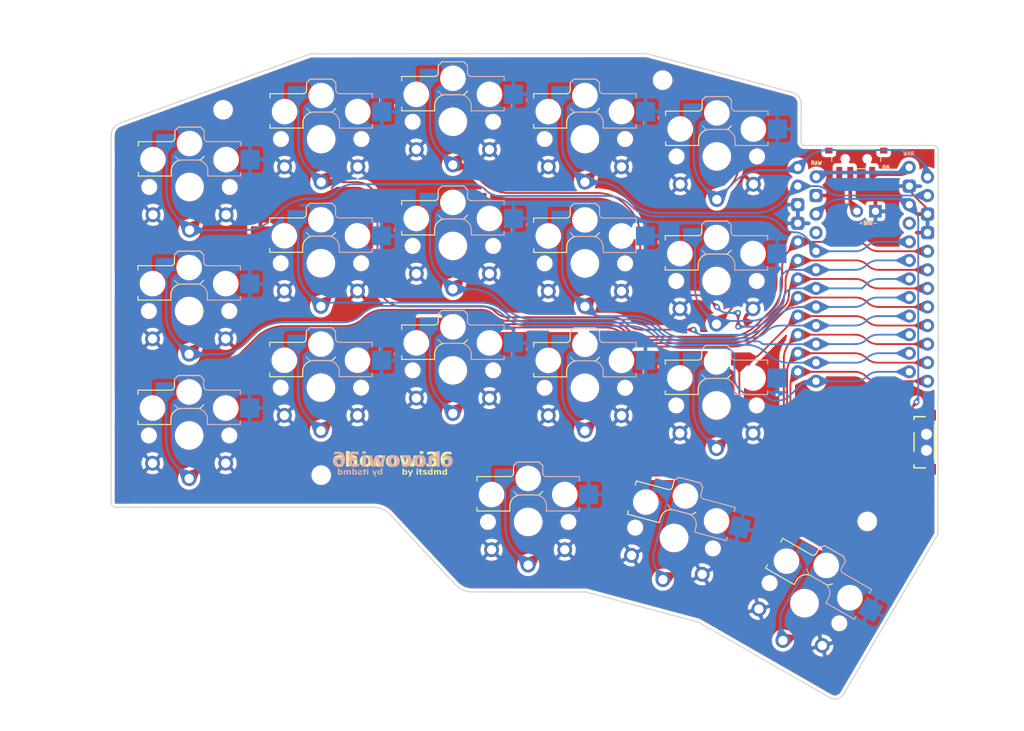
<source format=kicad_pcb>
(kicad_pcb (version 20240108) (generator "pcbnew") (generator_version "8.0")
  (layers (0 "F.Cu" signal) (31 "B.Cu" signal) (34 "B.Paste" user) (35 "F.Paste" user) (36 "B.SilkS" user "B.Silkscreen") (37 "F.SilkS" user "F.Silkscreen") (38 "B.Mask" user) (39 "F.Mask" user) (44 "Edge.Cuts" user))
  (net 0 "")
  (net 1 "gnd")
  (net 2 "Switch18")
  (net 3 "reset")
  (net 4 "Switch2")
  (net 5 "Switch3")
  (net 6 "Switch4")
  (net 7 "Switch5")
  (net 8 "Switch6")
  (net 9 "Switch8")
  (net 10 "Switch9")
  (net 11 "Switch10")
  (net 12 "Switch11")
  (net 13 "Switch12")
  (net 14 "Switch14")
  (net 15 "Switch15")
  (net 16 "Switch16")
  (net 17 "Switch17")
  (net 18 "Net-(BT1-+)")
  (net 22 "+BATT")
  (net 23 "Switch19")
  (net 24 "Switch20")
  (net 25 "Switch21")
  (footprint "itsdmd:KS_Socket_Choc_optional_reversible" (layer "F.Cu") (at 85.91 65.58)
    (property "Reference" "SW2" (hide yes))
    (property "Value" "SW_Push")
  )
  (footprint "itsdmd:KS_Socket_Choc_optional_reversible" (layer "F.Cu") (at 103.91 59.02)
    (property "Reference" "SW3" (hide yes))
    (property "Value" "SW_Push")
  )
  (footprint "itsdmd:KS_Socket_Choc_optional_reversible" (layer "F.Cu") (at 121.91 56.66)
    (property "Reference" "SW4" (hide yes))
    (property "Value" "SW_Push")
  )
  (footprint "itsdmd:KS_Socket_Choc_optional_reversible" (layer "F.Cu") (at 139.954 59.02)
    (property "Reference" "SW5" (hide yes))
    (property "Value" "SW_Push")
  )
  (footprint "itsdmd:KS_Socket_Choc_optional_reversible" (layer "F.Cu") (at 157.988 61.4)
    (property "Reference" "SW6" (hide yes))
    (property "Value" "SW_Push")
  )
  (footprint "itsdmd:KS_Socket_Choc_optional_reversible" (layer "F.Cu") (at 85.852 82.55)
    (property "Reference" "SW8" (hide yes))
    (property "Value" "SW_Push")
  )
  (footprint "itsdmd:KS_Socket_Choc_optional_reversible" (layer "F.Cu") (at 103.87 76.01)
    (property "Reference" "SW9" (hide yes))
    (property "Value" "SW_Push")
  )
  (footprint "itsdmd:KS_Socket_Choc_optional_reversible" (layer "F.Cu") (at 121.91 73.64)
    (property "Reference" "SW10" (hide yes))
    (property "Value" "SW_Push")
  )
  (footprint "itsdmd:KS_Socket_Choc_optional_reversible" (layer "F.Cu") (at 139.954 76.032)
    (property "Reference" "SW11" (hide yes))
    (property "Value" "SW_Push")
  )
  (footprint "itsdmd:KS_Socket_Choc_optional_reversible" (layer "F.Cu") (at 157.94 78.44)
    (property "Reference" "SW12" (hide yes))
    (property "Value" "SW_Push")
  )
  (footprint "itsdmd:KS_Socket_Choc_optional_reversible" (layer "F.Cu") (at 85.852 99.568)
    (property "Reference" "SW14" (hide yes))
    (property "Value" "SW_Push")
  )
  (footprint "itsdmd:KS_Socket_Choc_optional_reversible" (layer "F.Cu") (at 103.87 93.028)
    (property "Reference" "SW15" (hide yes))
    (property "Value" "SW_Push")
  )
  (footprint "itsdmd:KS_Socket_Choc_optional_reversible" (layer "F.Cu") (at 121.91 90.658)
    (property "Reference" "SW16" (hide yes))
    (property "Value" "SW_Push")
  )
  (footprint "itsdmd:KS_Socket_Choc_optional_reversible" (layer "F.Cu") (at 139.954 93.05)
    (property "Reference" "SW17" (hide yes))
    (property "Value" "SW_Push")
  )
  (footprint "itsdmd:KS_Socket_Choc_optional_reversible" (layer "F.Cu") (at 157.94 95.458)
    (property "Reference" "SW18" (hide yes))
    (property "Value" "SW_Push")
  )
  (footprint "itsdmd:KS_Socket_Choc_optional_reversible" (layer "F.Cu") (at 152.145268 113.59588 -15)
    (property "Reference" "SW20" (hide yes))
    (property "Value" "SW_Push")
  )
  (footprint "itsdmd:KS_Socket_Choc_optional_reversible" (layer "F.Cu") (at 169.97 122.510451 -30)
    (property "Reference" "SW21" (hide yes))
    (property "Value" "SW_Push")
  )
  (footprint "itsdmd:MountingHole_2.2mm_M2" (layer "F.Cu") (at 178.56 111.33)
    (property "Reference" "H4" (hide yes))
    (property "Value" "MountingHole")
  )
  (footprint "itsdmd:MCB_nice-nano_flip" (layer "F.Cu") (at 179.17 78.18)
    (property "Reference" "U2")
    (property "Value" "nice!nano")
  )
  (footprint "" (layer "F.Cu") (at 103.91 105)
    (property "Reference" "")
    (property "Value" "")
  )
  (footprint "itsdmd:MountingHole_2.2mm_M2" (layer "F.Cu") (at 90.5 55.02)
    (property "Reference" "H1" (hide yes))
    (property "Value" "MountingHole")
  )
  (footprint "itsdmd:KS_Socket_Choc_optional_reversible" (layer "F.Cu") (at 132.2 111.4)
    (property "Reference" "SW19" (hide yes))
    (property "Value" "SW_Push")
  )
  (footprint "itsdmd:SW-S_MSK-12C02" (layer "F.Cu") (at 177.2 61.725001 180)
    (property "Reference" "SW_POWER1")
    (property "Value" "SW_SPDT")
  )
  (footprint "itsdmd:SW-T_7.4x2.6-4pad-smd" (layer "F.Cu") (at 186.75 100.5 90)
    (property "Reference" "SW_RST1" (hide yes))
    (property "Value" "SW_Push" (hide yes))
  )
  (footprint "itsdmd:Battery_Pads-dual-side" (layer "F.Cu") (at 178.4 68.9)
    (property "Reference" "BT1" (hide yes))
    (property "Value" "Battery_Cell")
  )
  (footprint "" (layer "F.Cu") (at 150.58 50.97)
    (property "Reference" "")
    (property "Value" "")
  )
  (footprint "itsdmd:MCB_nice-nano_flip" (layer "B.Cu") (at 176.68 76.89 180)
    (property "Reference" "U1")
    (property "Value" "nice!nano")
  )
  (gr_line (start 140.11 120.99) (end 155.45 125.1) (stroke (width 0.15)) (layer "Edge.Cuts"))
  (gr_arc (start 168.31 52.630001) (mid 169.181039 53.21572) (end 169.517467 54.21) (stroke (width 0.15)) (layer "Edge.Cuts"))
  (gr_line (start 76.447128 56.810904) (end 102.48 47.36) (stroke (width 0.15)) (layer "Edge.Cuts"))
  (gr_arc (start 111.03 109.38) (mid 112.32692 109.662883) (end 113.388248 110.460137) (stroke (width 0.15)) (layer "Edge.Cuts"))
  (gr_line (start 113.388248 110.460137) (end 122.240001 119.969999) (stroke (width 0.15)) (layer "Edge.Cuts"))
  (gr_line (start 188.24 60.551553) (end 188.22448 113.04798) (stroke (width 0.15)) (layer "Edge.Cuts"))
  (gr_line (start 124.6 120.974522) (end 140.11 120.99) (stroke (width 0.15)) (layer "Edge.Cuts"))
  (gr_arc (start 75.187224 58.53) (mid 75.535923 57.464325) (end 76.447128 56.810904) (stroke (width 0.15)) (layer "Edge.Cuts"))
  (gr_line (start 155.45 125.1) (end 173.389826 135.40679) (stroke (width 0.15)) (layer "Edge.Cuts"))
  (gr_arc (start 75.807553 109.4) (mid 75.361083 109.205246) (end 75.2 108.745553) (stroke (width 0.15)) (layer "Edge.Cuts"))
  (gr_line (start 187.74 59.898708) (end 169.979643 59.898708) (stroke (width 0.15)) (layer "Edge.Cuts"))
  (gr_arc (start 187.74 59.898708) (mid 188.100673 60.140375) (end 188.24 60.551553) (stroke (width 0.15)) (layer "Edge.Cuts"))
  (gr_line (start 75.187224 58.53) (end 75.2 108.745553) (stroke (width 0.15)) (layer "Edge.Cuts"))
  (gr_arc (start 124.6 120.974522) (mid 123.317555 120.712944) (end 122.240001 119.969999) (stroke (width 0.15)) (layer "Edge.Cuts"))
  (gr_line (start 175.285188 135.009859) (end 188.22448 113.04798) (stroke (width 0.15)) (layer "Edge.Cuts"))
  (gr_arc (start 169.979643 59.898708) (mid 169.636504 59.742044) (end 169.500977 59.39002) (stroke (width 0.15)) (layer "Edge.Cuts"))
  (gr_arc (start 175.285188 135.009859) (mid 174.399987 135.599976) (end 173.357176 135.38935) (stroke (width 0.15)) (layer "Edge.Cuts"))
  (gr_line (start 168.31 52.630001) (end 148.4 47.34) (stroke (width 0.15)) (layer "Edge.Cuts"))
  (gr_line (start 169.500977 59.39002) (end 169.517467 54.21) (stroke (width 0.15)) (layer "Edge.Cuts"))
  (gr_line (start 102.48 47.36) (end 148.4 47.34) (stroke (width 0.15)) (layer "Edge.Cuts"))
  (gr_line (start 111.03 109.38) (end 75.807553 109.4) (stroke (width 0.15)) (layer "Edge.Cuts"))
  (gr_text "ON" (at 180.5 62.9 0) (layer "B.SilkS") (effects (font (size 0.5 0.5) (thickness 0.125) (bold yes)) (justify right mirror)))
  (gr_text "chocowi36" (at 113.7 103 -0) (layer "B.SilkS") (effects (font (size 2 2)) (justify mirror)))
  (gr_text "by itsdmd" (at 106.1 104.6 0) (layer "B.SilkS") (effects (font (size 0.8 0.8) (thickness 0.125) (bold yes)) (justify right mirror)))
  (gr_text "-BAT+" (at 178.68 70.51 0) (layer "B.SilkS") (effects (font (size 0.5 0.5) (thickness 0.125) (bold yes)) (justify mirror)))
  (gr_text "+BAT-" (at 178.68 70.51 0) (layer "F.SilkS") (effects (font (size 0.5 0.5) (thickness 0.125) (bold yes))))
  (gr_text "ON" (at 180.5 62.9 0) (layer "F.SilkS") (effects (font (size 0.5 0.5) (thickness 0.125) (bold yes)) (justify left)))
  (gr_text "by itsdmd" (at 121.2 104.6 0) (layer "F.SilkS") (effects (font (size 0.8 0.8) (thickness 0.125) (bold yes)) (justify right)))
  (gr_text "chocowi36" (at 113.7 103 0) (layer "F.SilkS") (effects (font (size 2 2))))
  (segment (start 186.499474 68.311886) (end 184.823695 66.636107) (width 0.25) (layer "F.Cu") (net 1))
  (segment (start 184.54 65.951206) (end 184.54 65.55) (width 0.25) (layer "F.Cu") (net 1))
  (segment (start 186.7875 69.4075) (end 186.79 69.41) (width 0.25) (layer "F.Cu") (net 1))
  (segment (start 166.2 94.999) (end 166.2 94) (width 0.25) (layer "F.Cu") (net 1))
  (segment (start 186.785 69.001206) (end 186.785 69.401464) (width 0.25) (layer "F.Cu") (net 1))
  (segment (start 165.4936 96.704399) (end 162.94 99.258) (width 0.25) (layer "F.Cu") (net 1))
  (via (at 166.2 94) (size 0.8) (drill 0.4) (layers "F.Cu" "B.Cu") (net 1))
  (arc (start 186.499474 68.311886) (mid 186.710794 68.628148) (end 186.785 69.001206) (width 0.25) (layer "F.Cu") (net 1))
  (arc (start 186.785 69.401464) (mid 186.785649 69.40473) (end 186.7875 69.4075) (width 0.25) (layer "F.Cu") (net 1))
  (arc (start 184.54 65.951206) (mid 184.613729 66.321871) (end 184.823695 66.636107) (width 0.25) (layer "F.Cu") (net 1))
  (arc (start 166.2 94.999) (mid 166.016412 95.921955) (end 165.4936 96.704399) (width 0.25) (layer "F.Cu") (net 1))
  (segment (start 186.79 69.41) (end 186.79 68.602412) (width 0.25) (layer "B.Cu") (net 1))
  (segment (start 166.215 93.974393) (end 166.215 91.708) (width 0.25) (layer "B.Cu") (net 1))
  (segment (start 180.175001 69.405) (end 179.670001 68.9) (width 0.25) (layer "B.Cu") (net 1))
  (segment (start 166.2075 93.9925) (end 166.2 94) (width 0.25) (layer "B.Cu") (net 1))
  (arc (start 166.215 93.974393) (mid 166.21305 93.984192) (end 166.2075 93.9925) (width 0.25) (layer "B.Cu") (net 1))
  (segment (start 180.042167 84.53) (end 186.79 84.53) (width 0.25) (layer "F.Cu") (net 2))
  (segment (start 163.886556 88.413443) (end 169.06 83.24) (width 0.25) (layer "F.Cu") (net 2))
  (segment (start 162.20975 89.107999) (end 161.342405 89.107999) (width 0.25) (layer "F.Cu") (net 2))
  (segment (start 159.502499 99.7955) (end 157.94 101.358) (width 0.25) (layer "F.Cu") (net 2))
  (segment (start 161.064999 96.023293) (end 161.064999 89.385405) (width 0.25) (layer "F.Cu") (net 2))
  (segment (start 169.06 83.24) (end 176.927832 83.24) (width 0.25) (layer "F.Cu") (net 2))
  (arc (start 163.886556 88.413443) (mid 163.117231 88.927489) (end 162.20975 89.107999) (width 0.25) (layer "F.Cu") (net 2))
  (arc (start 178.485 83.885) (mid 179.199434 84.362369) (end 180.042167 84.53) (width 0.25) (layer "F.Cu") (net 2))
  (arc (start 178.485 83.885) (mid 177.770565 83.40763) (end 176.927832 83.24) (width 0.25) (layer "F.Cu") (net 2))
  (arc (start 161.342405 89.107999) (mid 161.236246 89.129115) (end 161.146249 89.189249) (width 0.25) (layer "F.Cu") (net 2))
  (arc (start 161.146249 89.189249) (mid 161.086115 89.279246) (end 161.064999 89.385405) (width 0.25) (layer "F.Cu") (net 2))
  (arc (start 161.064999 96.023293) (mid 160.658918 98.064796) (end 159.502499 99.7955) (width 0.25) (layer "F.Cu") (net 2))
  (segment (start 154.815001 89.364067) (end 154.815001 96.023293) (width 0.25) (layer "B.Cu") (net 2))
  (segment (start 156.3775 99.7955) (end 157.94 101.358) (width 0.25) (layer "B.Cu") (net 2))
  (segment (start 154.74 89.183) (end 154.665 89.108) (width 0.25) (layer "B.Cu") (net 2))
  (arc (start 154.815001 96.023293) (mid 155.221081 98.064796) (end 156.3775 99.7955) (width 0.25) (layer "B.Cu") (net 2))
  (arc (start 154.74 89.183) (mid 154.795508 89.266074) (end 154.815001 89.364067) (width 0.25) (layer "B.Cu") (net 2))
  (segment (start 185.3 95) (end 185.3 95.05) (width 0.25) (layer "F.Cu") (net 3))
  (segment (start 185.264644 95.135355) (end 184.88375 95.51625) (width 0.25) (layer "F.Cu") (net 3))
  (segment (start 184.4675 96.521166) (end 184.4675 98.3) (width 0.25) (layer "F.Cu") (net 3))
  (via (at 185.3 95) (size 0.8) (drill 0.4) (layers "F.Cu" "B.Cu") (net 3))
  (arc (start 185.3 95.05) (mid 185.290811 95.096193) (end 185.264644 95.135355) (width 0.25) (layer "F.Cu") (net 3))
  (arc (start 184.88375 95.51625) (mid 184.575679 95.977309) (end 184.4675 96.521166) (width 0.25) (layer "F.Cu") (net 3))
  (segment (start 184.9125 68.6125) (end 184.3 68) (width 0.25) (layer "B.Cu") (net 3))
  (segment (start 184.14 67.6) (end 184.54 68) (width 0.25) (layer "B.Cu") (net 3))
  (segment (start 185.3 95) (end 185.4125 94.8875) (width 0.25) (layer "B.Cu") (net 3))
  (segment (start 185.525 70.091205) (end 185.525 94.6159) (width 0.25) (layer "B.Cu") (net 3))
  (segment (start 172.595 68.245) (end 171.55 69.29) (width 0.25) (layer "B.Cu") (net 3))
  (segment (start 175.117853 67.2) (end 183.174314 67.2) (width 0.25) (layer "B.Cu") (net 3))
  (arc (start 175.117853 67.2) (mid 173.752494 67.471586) (end 172.595 68.245) (width 0.25) (layer "B.Cu") (net 3))
  (arc (start 184.14 67.6) (mid 183.696939 67.303956) (end 183.174314 67.2) (width 0.25) (layer "B.Cu") (net 3))
  (arc (start 184.9125 68.6125) (mid 185.365816 69.290935) (end 185.525 70.091205) (width 0.25) (layer "B.Cu") (net 3))
  (arc (start 185.525 94.6159) (mid 185.495762 94.762889) (end 185.4125 94.8875) (width 0.25) (layer "B.Cu") (net 3))
  (segment (start 89.035 66.145291) (end 89.035 59.507404) (width 0.25) (layer "F.Cu") (net 4))
  (segment (start 89.11625 59.31125) (end 89.1975 59.23) (width 0.25) (layer "F.Cu") (net 4))
  (segment (start 87.4725 69.9175) (end 85.91 71.48) (width 0.25) (layer "F.Cu") (net 4))
  (arc (start 89.035 66.145291) (mid 88.628919 68.186795) (end 87.4725 69.9175) (width 0.25) (layer "F.Cu") (net 4))
  (arc (start 89.11625 59.31125) (mid 89.056116 59.401246) (end 89.035 59.507404) (width 0.25) (layer "F.Cu") (net 4))
  (segment (start 103.535786 67.2) (end 102.233963 67.2) (width 0.25) (layer "B.Cu") (net 4))
  (segment (start 142.920101 66.8) (end 128.33137 66.8) (width 0.25) (layer "B.Cu") (net 4))
  (segment (start 97.293792 69.886206) (end 98.386207 68.793792) (width 0.25) (layer "B.Cu") (net 4))
  (segment (start 82.785 66.145291) (end 82.785 59.486066) (width 0.25) (layer "B.Cu") (net 4))
  (segment (start 180.032167 73.08) (end 184.54 73.08) (width 0.25) (layer "B.Cu") (net 4))
  (segment (start 167.024215 71.124215) (end 166.5825 70.6825) (width 0.25) (layer "B.Cu") (net 4))
  (segment (start 171.816206 74.37) (end 176.917832 74.37) (width 0.25) (layer "B.Cu") (net 4))
  (segment (start 170.118196 72.405784) (end 171.361763 73.649351) (width 0.25) (layer "B.Cu") (net 4))
  (segment (start 93.446036 71.48) (end 85.91 71.48) (width 0.25) (layer "B.Cu") (net 4))
  (segment (start 84.3475 69.9175) (end 85.91 71.48) (width 0.25) (layer "B.Cu") (net 4))
  (segment (start 82.71 59.305) (end 82.635 59.23) (width 0.25) (layer "B.Cu") (net 4))
  (segment (start 149.679898 69.6) (end 163.969113 69.6) (width 0.25) (layer "B.Cu") (net 4))
  (segment (start 124.468629 65.2) (end 108.364213 65.2) (width 0.25) (layer "B.Cu") (net 4))
  (arc (start 105.95 66.2) (mid 104.842349 66.940108) (end 103.535786 67.2) (width 0.25) (layer "B.Cu") (net 4))
  (arc (start 171.55 74.103794) (mid 171.627969 74.29203) (end 171.816206 74.37) (width 0.25) (layer "B.Cu") (net 4))
  (arc (start 180.032167 73.08) (mid 179.189434 73.24763) (end 178.475 73.725) (width 0.25) (layer "B.Cu") (net 4))
  (arc (start 171.361763 73.649351) (mid 171.501078 73.857851) (end 171.55 74.103794) (width 0.25) (layer "B.Cu") (net 4))
  (arc (start 166.5825 70.6825) (mid 165.383468 69.881332) (end 163.969113 69.6) (width 0.25) (layer "B.Cu") (net 4))
  (arc (start 82.785 66.145291) (mid 83.19108 68.186795) (end 84.3475 69.9175) (width 0.25) (layer "B.Cu") (net 4))
  (arc (start 170.118196 72.405784) (mid 169.408431 71.931534) (end 168.571206 71.765) (width 0.25) (layer "B.Cu") (net 4))
  (arc (start 146.3 68.2) (mid 144.749289 67.163848) (end 142.920101 66.8) (width 0.25) (layer "B.Cu") (net 4))
  (arc (start 146.3 68.2) (mid 147.85071 69.236151) (end 149.679898 69.6) (width 0.25) (layer "B.Cu") (net 4))
  (arc (start 126.4 66) (mid 127.28612 66.592086) (end 128.33137 66.8) (width 0.25) (layer "B.Cu") (net 4))
  (arc (start 178.475 73.725) (mid 177.760565 74.202369) (end 176.917832 74.37) (width 0.25) (layer "B.Cu") (net 4))
  (arc (start 108.364213 65.2) (mid 107.05765 65.459891) (end 105.95 66.2) (width 0.25) (layer "B.Cu") (net 4))
  (arc (start 126.4 66) (mid 125.513879 65.407913) (end 124.468629 65.2) (width 0.25) (layer "B.Cu") (net 4))
  (arc (start 167.024215 71.124215) (mid 167.73398 71.598465) (end 168.571206 71.765) (width 0.25) (layer "B.Cu") (net 4))
  (arc (start 102.233963 67.2) (mid 100.151572 67.614213) (end 98.386207 68.793792) (width 0.25) (layer "B.Cu") (net 4))
  (arc (start 97.293792 69.886206) (mid 95.528426 71.065786) (end 93.446036 71.48) (width 0.25) (layer "B.Cu") (net 4))
  (arc (start 82.71 59.305) (mid 82.765508 59.388073) (end 82.785 59.486066) (width 0.25) (layer "B.Cu") (net 4))
  (segment (start 129.510117 83.4) (end 143.607106 83.4) (width 0.25) (layer "F.Cu") (net 5))
  (segment (start 111.6 67.787939) (end 111.6 78.462451) (width 0.25) (layer "F.Cu") (net 5))
  (segment (start 125.968466 81.933) (end 115.070548 81.933) (width 0.25) (layer "F.Cu") (net 5))
  (segment (start 103.91 64.92) (end 105.4725 63.3575) (width 0.25) (layer "F.Cu") (net 5))
  (segment (start 107.11625 52.75125) (end 107.1975 52.67) (width 0.25) (layer "F.Cu") (net 5))
  (segment (start 154.8 85.1) (end 147.711269 85.1) (width 0.25) (layer "F.Cu") (net 5))
  (segment (start 107.035 52.947404) (end 107.035 59.585291) (width 0.25) (layer "F.Cu") (net 5))
  (segment (start 103.91 64.92) (end 108.73206 64.92) (width 0.25) (layer "F.Cu") (net 5))
  (via (at 154.8 85.1) (size 0.8) (drill 0.4) (layers "F.Cu" "B.Cu") (net 5))
  (arc (start 127.739292 82.6665) (mid 128.551753 83.209369) (end 129.510117 83.4) (width 0.25) (layer "F.Cu") (net 5))
  (arc (start 127.739292 82.6665) (mid 126.92683 82.12363) (end 125.968466 81.933) (width 0.25) (layer "F.Cu") (net 5))
  (arc (start 107.035 59.585291) (mid 106.628919 61.626795) (end 105.4725 63.3575) (width 0.25) (layer "F.Cu") (net 5))
  (arc (start 145.659188 84.25) (mid 146.60069 84.879092) (end 147.711269 85.1) (width 0.25) (layer "F.Cu") (net 5))
  (arc (start 110.76 65.76) (mid 109.829573 65.138308) (end 108.73206 64.92) (width 0.25) (layer "F.Cu") (net 5))
  (arc (start 107.11625 52.75125) (mid 107.056116 52.841246) (end 107.035 52.947404) (width 0.25) (layer "F.Cu") (net 5))
  (arc (start 110.76 65.76) (mid 111.381691 66.690426) (end 111.6 67.787939) (width 0.25) (layer "F.Cu") (net 5))
  (arc (start 111.6 78.462451) (mid 111.864179 79.790572) (end 112.6165 80.9165) (width 0.25) (layer "F.Cu") (net 5))
  (arc (start 112.6165 80.9165) (mid 113.742426 81.66882) (end 115.070548 81.933) (width 0.25) (layer "F.Cu") (net 5))
  (arc (start 145.659188 84.25) (mid 144.717684 83.620907) (end 143.607106 83.4) (width 0.25) (layer "F.Cu") (net 5))
  (segment (start 102.3475 63.3575) (end 103.91 64.92) (width 0.25) (layer "B.Cu") (net 5))
  (segment (start 165.230188 84.206206) (end 165.995552 83.440843) (width 0.25) (layer "B.Cu") (net 5))
  (segment (start 179.912167 80.7) (end 184.3 80.7) (width 0.25) (layer "B.Cu") (net 5))
  (segment (start 155.994974 85.8) (end 161.382432 85.8) (width 0.25) (layer "B.Cu") (net 5))
  (segment (start 100.71 52.745) (end 100.635 52.67) (width 0.25) (layer "B.Cu") (net 5))
  (segment (start 100.785 59.585291) (end 100.785 52.926066) (width 0.25) (layer "B.Cu") (net 5))
  (segment (start 154.8 85.1) (end 155.15 85.45) (width 0.25) (layer "B.Cu") (net 5))
  (segment (start 171.55 81.99) (end 169.498198 81.99) (width 0.25) (layer "B.Cu") (net 5))
  (segment (start 171.55 81.99) (end 176.797832 81.99) (width 0.25) (layer "B.Cu") (net 5))
  (arc (start 155.15 85.45) (mid 155.537677 85.709037) (end 155.994974 85.8) (width 0.25) (layer "B.Cu") (net 5))
  (arc (start 165.230188 84.206206) (mid 163.464822 85.385786) (end 161.382432 85.8) (width 0.25) (layer "B.Cu") (net 5))
  (arc (start 169.498198 81.99) (mid 167.602579 82.367061) (end 165.995552 83.440843) (width 0.25) (layer "B.Cu") (net 5))
  (arc (start 100.71 52.745) (mid 100.765508 52.828073) (end 100.785 52.926066) (width 0.25) (layer "B.Cu") (net 5))
  (arc (start 100.785 59.585291) (mid 101.19108 61.626795) (end 102.3475 63.3575) (width 0.25) (layer "B.Cu") (net 5))
  (arc (start 178.355 81.345) (mid 177.640565 81.822369) (end 176.797832 81.99) (width 0.25) (layer "B.Cu") (net 5))
  (arc (start 179.912167 80.7) (mid 179.069434 80.86763) (end 178.355 81.345) (width 0.25) (layer "B.Cu") (net 5))
  (segment (start 125.035 57.225291) (end 125.035 50.587404) (width 0.25) (layer "F.Cu") (net 6))
  (segment (start 160.9 82.8) (end 160.9 84.7) (width 0.25) (layer "F.Cu") (net 6))
  (segment (start 123.472499 60.997499) (end 122.493363 61.976636) (width 0.25) (layer "F.Cu") (net 6))
  (segment (start 149.093792 78.493792) (end 149.393668 78.793668) (width 0.25) (layer "F.Cu") (net 6))
  (segment (start 125.806207 64.806207) (end 124.143363 63.143363) (width 0.25) (layer "F.Cu") (net 6))
  (segment (start 155.247223 80.387461) (end 153.241424 80.387461) (width 0.25) (layer "F.Cu") (net 6))
  (segment (start 125.11625 50.39125) (end 125.1975 50.31) (width 0.25) (layer "F.Cu") (net 6))
  (segment (start 158 82) (end 157.19373 81.19373) (width 0.25) (layer "F.Cu") (net 6))
  (segment (start 141.646036 66.4) (end 129.653963 66.4) (width 0.25) (layer "F.Cu") (net 6))
  (segment (start 147.5 74.646036) (end 147.5 72.253963) (width 0.25) (layer "F.Cu") (net 6))
  (segment (start 145.493792 67.993792) (end 145.906207 68.406207) (width 0.25) (layer "F.Cu") (net 6))
  (via (at 160.9 84.7) (size 0.8) (drill 0.4) (layers "F.Cu" "B.Cu") (net 6))
  (via (at 160.9 82.8) (size 0.8) (drill 0.4) (layers "F.Cu" "B.Cu") (net 6))
  (via (at 158 82) (size 0.8) (drill 0.4) (layers "F.Cu" "B.Cu") (net 6))
  (arc (start 145.906207 68.406207) (mid 147.085786 70.171572) (end 147.5 72.253963) (width 0.25) (layer "F.Cu") (net 6))
  (arc (start 145.493792 67.993792) (mid 143.728426 66.814213) (end 141.646036 66.4) (width 0.25) (layer "F.Cu") (net 6))
  (arc (start 149.393668 78.793668) (mid 151.159033 79.973247) (end 153.241424 80.387461) (width 0.25) (layer "F.Cu") (net 6))
  (arc (start 147.5 74.646036) (mid 147.914213 76.728426) (end 149.093792 78.493792) (width 0.25) (layer "F.Cu") (net 6))
  (arc (start 157.19373 81.19373) (mid 156.300665 80.597003) (end 155.247223 80.387461) (width 0.25) (layer "F.Cu") (net 6))
  (arc (start 125.035 57.225291) (mid 124.628919 59.266795) (end 123.472499 60.997499) (width 0.25) (layer "F.Cu") (net 6))
  (arc (start 122.493363 61.976636) (mid 122.419286 62.349046) (end 122.735 62.56) (width 0.25) (layer "F.Cu") (net 6))
  (arc (start 125.806207 64.806207) (mid 127.571572 65.985786) (end 129.653963 66.4) (width 0.25) (layer "F.Cu") (net 6))
  (arc (start 125.11625 50.39125) (mid 125.056116 50.481246) (end 125.035 50.587404) (width 0.25) (layer "F.Cu") (net 6))
  (arc (start 124.143363 63.143363) (mid 123.4972 62.711611) (end 122.735 62.56) (width 0.25) (layer "F.Cu") (net 6))
  (segment (start 158.4 82.4) (end 158 82) (width 0.25) (layer "B.Cu") (net 6))
  (segment (start 177.714644 79.45) (end 171.55 79.45) (width 0.25) (layer "B.Cu") (net 6))
  (segment (start 180.087523 78.16) (end 184.3 78.16) (width 0.25) (layer "B.Cu") (net 6))
  (segment (start 178.47 78.83) (end 177.825 79.475) (width 0.25) (layer "B.Cu") (net 6))
  (segment (start 159.365685 82.8) (end 160.9 82.8) (width 0.25) (layer "B.Cu") (net 6))
  (segment (start 120.3475 60.9975) (end 121.91 62.56) (width 0.25) (layer "B.Cu") (net 6))
  (segment (start 162.5 84.7) (end 160.9 84.7) (width 0.25) (layer "B.Cu") (net 6))
  (segment (start 118.71 50.385) (end 118.635 50.31) (width 0.25) (layer "B.Cu") (net 6))
  (segment (start 118.785 57.225291) (end 118.785 50.566066) (width 0.25) (layer "B.Cu") (net 6))
  (segment (start 165.23137 83.568628) (end 166.655025 82.144974) (width 0.25) (layer "B.Cu") (net 6))
  (segment (start 168.515685 79.45) (end 171.55 79.45) (width 0.25) (layer "B.Cu") (net 6))
  (segment (start 167.15 80.95) (end 167.15 80.815685) (width 0.25) (layer "B.Cu") (net 6))
  (arc (start 118.71 50.385) (mid 118.765508 50.468073) (end 118.785 50.566066) (width 0.25) (layer "B.Cu") (net 6))
  (arc (start 177.775 79.475) (mid 177.8 79.485355) (end 177.825 79.475) (width 0.25) (layer "B.Cu") (net 6))
  (arc (start 168.515685 79.45) (mid 167.99306 79.553956) (end 167.55 79.85) (width 0.25) (layer "B.Cu") (net 6))
  (arc (start 167.15 80.95) (mid 167.02136 81.596715) (end 166.655025 82.144974) (width 0.25) (layer "B.Cu") (net 6))
  (arc (start 118.785 57.225291) (mid 119.19108 59.266795) (end 120.3475 60.9975) (width 0.25) (layer "B.Cu") (net 6))
  (arc (start 180.087523 78.16) (mid 179.212125 78.334127) (end 178.47 78.83) (width 0.25) (layer "B.Cu") (net 6))
  (arc (start 158.4 82.4) (mid 158.84306 82.696043) (end 159.365685 82.8) (width 0.25) (layer "B.Cu") (net 6))
  (arc (start 167.55 79.85) (mid 167.253956 80.29306) (end 167.15 80.815685) (width 0.25) (layer "B.Cu") (net 6))
  (arc (start 165.23137 83.568628) (mid 163.978207 84.405965) (end 162.5 84.7) (width 0.25) (layer "B.Cu") (net 6))
  (arc (start 177.775 79.475) (mid 177.747308 79.456497) (end 177.714644 79.45) (width 0.25) (layer "B.Cu") (net 6))
  (segment (start 143.16025 52.75125) (end 143.2415 52.67) (width 0.25) (layer "F.Cu") (net 7))
  (segment (start 141.5165 63.3575) (end 139.954 64.92) (width 0.25) (layer "F.Cu") (net 7))
  (segment (start 143.079 59.585291) (end 143.079 52.947404) (width 0.25) (layer "F.Cu") (net 7))
  (arc (start 143.079 59.585291) (mid 142.672919 61.626795) (end 141.5165 63.3575) (width 0.25) (layer "F.Cu") (net 7))
  (arc (start 143.16025 52.75125) (mid 143.100116 52.841246) (end 143.079 52.947404) (width 0.25) (layer "F.Cu") (net 7))
  (segment (start 174.662167 66.75) (end 186.79 66.75) (width 0.25) (layer "B.Cu") (net 7))
  (segment (start 136.829 59.585291) (end 136.829 52.926066) (width 0.25) (layer "B.Cu") (net 7))
  (segment (start 171.547832 65.46) (end 169.3 65.46) (width 0.25) (layer "B.Cu") (net 7))
  (segment (start 166.963792 67.556207) (end 169.06 65.46) (width 0.25) (layer "B.Cu") (net 7))
  (segment (start 139.954 64.92) (end 138.3915 63.3575) (width 0.25) (layer "B.Cu") (net 7))
  (segment (start 136.754 52.745) (end 136.679 52.67) (width 0.25) (layer "B.Cu") (net 7))
  (segment (start 144.96539 66.228994) (end 146.292603 67.556207) (width 0.25) (layer "B.Cu") (net 7))
  (segment (start 150.140359 69.15) (end 163.116036 69.15) (width 0.25) (layer "B.Cu") (net 7))
  (segment (start 139.954 64.92) (end 141.805198 64.92) (width 0.25) (layer "B.Cu") (net 7))
  (arc (start 136.829 59.585291) (mid 137.23508 61.626795) (end 138.3915 63.3575) (width 0.25) (layer "B.Cu") (net 7))
  (arc (start 146.292603 67.556207) (mid 148.057968 68.735786) (end 150.140359 69.15) (width 0.25) (layer "B.Cu") (net 7))
  (arc (start 144.96539 66.228994) (mid 143.515481 65.260196) (end 141.805198 64.92) (width 0.25) (layer "B.Cu") (net 7))
  (arc (start 173.105 66.105) (mid 172.390565 65.62763) (end 171.547832 65.46) (width 0.25) (layer "B.Cu") (net 7))
  (arc (start 166.963792 67.556207) (mid 165.198426 68.735786) (end 163.116036 69.15) (width 0.25) (layer "B.Cu") (net 7))
  (arc (start 136.754 52.745) (mid 136.809508 52.828073) (end 136.829 52.926066) (width 0.25) (layer "B.Cu") (net 7))
  (arc (start 173.105 66.105) (mid 173.819434 66.582369) (end 174.662167 66.75) (width 0.25) (layer "B.Cu") (net 7))
  (segment (start 159.5505 65.7375) (end 157.988 67.3) (width 0.25) (layer "F.Cu") (net 8))
  (segment (start 161.19425 55.13125) (end 161.2755 55.05) (width 0.25) (layer "F.Cu") (net 8))
  (segment (start 161.113 55.327404) (end 161.113 61.965291) (width 0.25) (layer "F.Cu") (net 8))
  (arc (start 161.19425 55.13125) (mid 161.134116 55.221246) (end 161.113 55.327404) (width 0.25) (layer "F.Cu") (net 8))
  (arc (start 161.113 61.965291) (mid 160.706919 64.006795) (end 159.5505 65.7375) (width 0.25) (layer "F.Cu") (net 8))
  (segment (start 154.788 55.125) (end 154.713 55.05) (width 0.25) (layer "B.Cu") (net 8))
  (segment (start 156.4255 65.7375) (end 157.988 67.3) (width 0.25) (layer "B.Cu") (net 8))
  (segment (start 169.25 62.73) (end 168.87 63.11) (width 0.25) (layer "B.Cu") (net 8))
  (segment (start 170.258146 61.721854) (end 169.25 62.73) (width 0.25) (layer "B.Cu") (net 8))
  (segment (start 186.79 63.573604) (end 186.79 64.21) (width 0.25) (layer "B.Cu") (net 8))
  (segment (start 154.863 61.965291) (end 154.863 55.306066) (width 0.25) (layer "B.Cu") (net 8))
  (segment (start 185.58325 61.730458) (end 186.34 62.487208) (width 0.25) (layer "B.Cu") (net 8))
  (segment (start 157.988 67.3) (end 160.394207 64.893792) (width 0.25) (layer "B.Cu") (net 8))
  (segment (start 173.150726 60.523708) (end 182.669897 60.523708) (width 0.25) (layer "B.Cu") (net 8))
  (segment (start 168.411299 63.3) (end 164.241963 63.3) (width 0.25) (layer "B.Cu") (net 8))
  (arc (start 164.241963 63.3) (mid 162.159572 63.714213) (end 160.394207 64.893792) (width 0.25) (layer "B.Cu") (net 8))
  (arc (start 173.150726 60.523708) (mid 171.585273 60.835096) (end 170.258146 61.721854) (width 0.25) (layer "B.Cu") (net 8))
  (arc (start 168.87 63.11) (mid 168.659546 63.25062) (end 168.411299 63.3) (width 0.25) (layer "B.Cu") (net 8))
  (arc (start 154.788 55.125) (mid 154.843508 55.208073) (end 154.863 55.306066) (width 0.25) (layer "B.Cu") (net 8))
  (arc (start 154.863 61.965291) (mid 155.26908 64.006795) (end 156.4255 65.7375) (width 0.25) (layer "B.Cu") (net 8))
  (arc (start 185.58325 61.730458) (mid 184.246592 60.837332) (end 182.669897 60.523708) (width 0.25) (layer "B.Cu") (net 8))
  (arc (start 186.34 62.487208) (mid 186.673048 62.98565) (end 186.79 63.573604) (width 0.25) (layer "B.Cu") (net 8))
  (segment (start 89.05825 76.28125) (end 89.1395 76.2) (width 0.25) (layer "F.Cu") (net 9))
  (segment (start 87.4145 86.8875) (end 85.852 88.45) (width 0.25) (layer "F.Cu") (net 9))
  (segment (start 88.977 76.477404) (end 88.977 83.115291) (width 0.25) (layer "F.Cu") (net 9))
  (arc (start 88.977 83.115291) (mid 88.570919 85.156795) (end 87.4145 86.8875) (width 0.25) (layer "F.Cu") (net 9))
  (arc (start 89.05825 76.28125) (mid 88.998116 76.371246) (end 88.977 76.477404) (width 0.25) (layer "F.Cu") (net 9))
  (segment (start 106.809009 84.1) (end 98.665463 84.1) (width 0.25) (layer "B.Cu") (net 9))
  (segment (start 82.727 83.115291) (end 82.727 76.456066) (width 0.25) (layer "B.Cu") (net 9))
  (segment (start 94.817706 85.693792) (end 93.655292 86.856207) (width 0.25) (layer "B.Cu") (net 9))
  (segment (start 153.22132 87.6) (end 159.034314 87.6) (width 0.25) (layer "B.Cu") (net 9))
  (segment (start 170.75 92.15) (end 171.55 92.15) (width 0.25) (layer "B.Cu") (net 9))
  (segment (start 160.4 88.965685) (end 160.4 91.61005) (width 0.25) (layer "B.Cu") (net 9))
  (segment (start 168.007106 94.092893) (end 169.384314 92.715685) (width 0.25) (layer "B.Cu") (net 9))
  (segment (start 132.254543 84.6) (end 145.978679 84.6) (width 0.25) (layer "B.Cu") (net 9))
  (segment (start 180.052167 90.86) (end 184.3 90.86) (width 0.25) (layer "B.Cu") (net 9))
  (segment (start 176.937832 92.15) (end 171.55 92.15) (width 0.25) (layer "B.Cu") (net 9))
  (segment (start 162.789949 94) (end 163.934314 94) (width 0.25) (layer "B.Cu") (net 9))
  (segment (start 112.24099 81.85) (end 125.615456 81.85) (width 0.25) (layer "B.Cu") (net 9))
  (segment (start 85.852 88.45) (end 89.807536 88.45) (width 0.25) (layer "B.Cu") (net 9))
  (segment (start 82.652 76.275) (end 82.577 76.2) (width 0.25) (layer "B.Cu") (net 9))
  (segment (start 166.3 94.8) (end 165.865685 94.8) (width 0.25) (layer "B.Cu") (net 9))
  (segment (start 84.2895 86.8875) (end 85.852 88.45) (width 0.25) (layer "B.Cu") (net 9))
  (arc (start 128.935 83.225) (mid 130.458019 84.242649) (end 132.254543 84.6) (width 0.25) (layer "B.Cu") (net 9))
  (arc (start 164.9 94.4) (mid 165.34306 94.696043) (end 165.865685 94.8) (width 0.25) (layer "B.Cu") (net 9))
  (arc (start 82.727 83.115291) (mid 83.13308 85.156795) (end 84.2895 86.8875) (width 0.25) (layer "B.Cu") (net 9))
  (arc (start 168.007106 94.092893) (mid 167.223879 94.616228) (end 166.3 94.8) (width 0.25) (layer "B.Cu") (net 9))
  (arc (start 180.052167 90.86) (mid 179.209434 91.02763) (end 178.495 91.505) (width 0.25) (layer "B.Cu") (net 9))
  (arc (start 178.495 91.505) (mid 177.780565 91.982369) (end 176.937832 92.15) (width 0.25) (layer "B.Cu") (net 9))
  (arc (start 164.9 94.4) (mid 164.456939 94.103956) (end 163.934314 94) (width 0.25) (layer "B.Cu") (net 9))
  (arc (start 82.652 76.275) (mid 82.707508 76.358073) (end 82.727 76.456066) (width 0.25) (layer "B.Cu") (net 9))
  (arc (start 160.4 91.61005) (mid 160.581924 92.524644) (end 161.1 93.3) (width 0.25) (layer "B.Cu") (net 9))
  (arc (start 112.24099 81.85) (mid 110.771106 82.142377) (end 109.525 82.975) (width 0.25) (layer "B.Cu") (net 9))
  (arc (start 149.6 86.1) (mid 147.938523 84.989837) (end 145.978679 84.6) (width 0.25) (layer "B.Cu") (net 9))
  (arc (start 160 88) (mid 159.556939 87.703956) (end 159.034314 87.6) (width 0.25) (layer "B.Cu") (net 9))
  (arc (start 160 88) (mid 160.296043 88.44306) (end 160.4 88.965685) (width 0.25) (layer "B.Cu") (net 9))
  (arc (start 98.665463 84.1) (mid 96.583072 84.514213) (end 94.817706 85.693792) (width 0.25) (layer "B.Cu") (net 9))
  (arc (start 109.525 82.975) (mid 108.278892 83.807622) (end 106.809009 84.1) (width 0.25) (layer "B.Cu") (net 9))
  (arc (start 161.1 93.3) (mid 161.875355 93.818075) (end 162.789949 94) (width 0.25) (layer "B.Cu") (net 9))
  (arc (start 93.655292 86.856207) (mid 91.889926 88.035786) (end 89.807536 88.45) (width 0.25) (layer "B.Cu") (net 9))
  (arc (start 128.935 83.225) (mid 127.41198 82.20735) (end 125.615456 81.85) (width 0.25) (layer "B.Cu") (net 9))
  (arc (start 149.6 86.1) (mid 151.261475 87.210162) (end 153.22132 87.6) (width 0.25) (layer "B.Cu") (net 9))
  (arc (start 170.75 92.15) (mid 170.010896 92.297016) (end 169.384314 92.715685) (width 0.25) (layer "B.Cu") (net 9))
  (segment (start 107.07625 69.74125) (end 107.1575 69.66) (width 0.25) (layer "F.Cu") (net 10))
  (segment (start 106.995 69.937404) (end 106.995 76.575291) (width 0.25) (layer "F.Cu") (net 10))
  (segment (start 105.4325 80.3475) (end 103.87 81.91) (width 0.25) (layer "F.Cu") (net 10))
  (arc (start 107.07625 69.74125) (mid 107.016116 69.831246) (end 106.995 69.937404) (width 0.25) (layer "F.Cu") (net 10))
  (arc (start 106.995 76.575291) (mid 106.588919 78.616795) (end 105.4325 80.3475) (width 0.25) (layer "F.Cu") (net 10))
  (segment (start 132.440939 84.15) (end 146.165075 84.15) (width 0.25) (layer "B.Cu") (net 10))
  (segment (start 100.745 76.575291) (end 100.745 69.916066) (width 0.25) (layer "B.Cu") (net 10))
  (segment (start 167.849482 89.61) (end 171.55 89.61) (width 0.25) (layer "B.Cu") (net 10))
  (segment (start 125.801852 81.4) (end 104.740624 81.4) (width 0.25) (layer "B.Cu") (net 10))
  (segment (start 153.407716 87.15) (end 161.910517 87.15) (width 0.25) (layer "B.Cu") (net 10))
  (segment (start 100.67 69.735) (end 100.595 69.66) (width 0.25) (layer "B.Cu") (net 10))
  (segment (start 103.615 81.655) (end 102.3075 80.3475) (width 0.25) (layer "B.Cu") (net 10))
  (segment (start 180.092167 88.32) (end 184.3 88.32) (width 0.25) (layer "B.Cu") (net 10))
  (segment (start 176.977832 89.61) (end 171.55 89.61) (width 0.25) (layer "B.Cu") (net 10))
  (arc (start 103.615 81.655) (mid 103.87 81.760624) (end 104.125 81.655) (width 0.25) (layer "B.Cu") (net 10))
  (arc (start 129.121396 82.775) (mid 127.598376 81.75735) (end 125.801852 81.4) (width 0.25) (layer "B.Cu") (net 10))
  (arc (start 100.67 69.735) (mid 100.725508 69.818073) (end 100.745 69.916066) (width 0.25) (layer "B.Cu") (net 10))
  (arc (start 149.786396 85.65) (mid 148.124919 84.539837) (end 146.165075 84.15) (width 0.25) (layer "B.Cu") (net 10))
  (arc (start 104.740624 81.4) (mid 104.40745 81.466272) (end 104.125 81.655) (width 0.25) (layer "B.Cu") (net 10))
  (arc (start 164.88 88.38) (mid 163.517589 87.469666) (end 161.910517 87.15) (width 0.25) (layer "B.Cu") (net 10))
  (arc (start 129.121396 82.775) (mid 130.644415 83.792649) (end 132.440939 84.15) (width 0.25) (layer "B.Cu") (net 10))
  (arc (start 149.786396 85.65) (mid 151.447871 86.760162) (end 153.407716 87.15) (width 0.25) (layer "B.Cu") (net 10))
  (arc (start 164.88 88.38) (mid 166.24241 89.290333) (end 167.849482 89.61) (width 0.25) (layer "B.Cu") (net 10))
  (arc (start 100.745 76.575291) (mid 101.15108 78.616795) (end 102.3075 80.3475) (width 0.25) (layer "B.Cu") (net 10))
  (arc (start 180.092167 88.32) (mid 179.249434 88.48763) (end 178.535 88.965) (width 0.25) (layer "B.Cu") (net 10))
  (arc (start 178.535 88.965) (mid 177.820565 89.442369) (end 176.977832 89.61) (width 0.25) (layer "B.Cu") (net 10))
  (segment (start 125.11625 67.37125) (end 125.1975 67.29) (width 0.25) (layer "F.Cu") (net 11))
  (segment (start 123.4725 77.9775) (end 121.91 79.54) (width 0.25) (layer "F.Cu") (net 11))
  (segment (start 125.035 67.567404) (end 125.035 74.205291) (width 0.25) (layer "F.Cu") (net 11))
  (arc (start 125.035 74.205291) (mid 124.628919 76.246795) (end 123.4725 77.9775) (width 0.25) (layer "F.Cu") (net 11))
  (arc (start 125.11625 67.37125) (mid 125.056116 67.461246) (end 125.035 67.567404) (width 0.25) (layer "F.Cu") (net 11))
  (segment (start 121.91 79.54) (end 124.268828 79.54) (width 0.25) (layer "B.Cu") (net 11))
  (segment (start 128.116584 81.133792) (end 129.088999 82.106207) (width 0.25) (layer "B.Cu") (net 11))
  (segment (start 171.515857 87.09) (end 164.502167 87.09) (width 0.25) (layer "B.Cu") (net 11))
  (segment (start 163.560624 86.7) (end 153.594112 86.7) (width 0.25) (layer "B.Cu") (net 11))
  (segment (start 121.91 79.54) (end 120.3475 77.9775) (width 0.25) (layer "B.Cu") (net 11))
  (segment (start 118.71 67.365) (end 118.635 67.29) (width 0.25) (layer "B.Cu") (net 11))
  (segment (start 118.785 74.205291) (end 118.785 67.546066) (width 0.25) (layer "B.Cu") (net 11))
  (segment (start 146.351471 83.7) (end 132.936755 83.7) (width 0.25) (layer "B.Cu") (net 11))
  (segment (start 171.564142 87.07) (end 176.917832 87.07) (width 0.25) (layer "B.Cu") (net 11))
  (segment (start 180.032167 85.78) (end 184.3 85.78) (width 0.25) (layer "B.Cu") (net 11))
  (arc (start 149.972792 85.2) (mid 148.311315 84.089837) (end 146.351471 83.7) (width 0.25) (layer "B.Cu") (net 11))
  (arc (start 171.564142 87.07) (mid 171.551076 87.072598) (end 171.54 87.08) (width 0.25) (layer "B.Cu") (net 11))
  (arc (start 149.972792 85.2) (mid 151.634267 86.310162) (end 153.594112 86.7) (width 0.25) (layer "B.Cu") (net 11))
  (arc (start 164.031396 86.895) (mid 163.815404 86.750678) (end 163.560624 86.7) (width 0.25) (layer "B.Cu") (net 11))
  (arc (start 118.785 74.205291) (mid 119.19108 76.246795) (end 120.3475 77.9775) (width 0.25) (layer "B.Cu") (net 11))
  (arc (start 171.54 87.08) (mid 171.528923 87.087401) (end 171.515857 87.09) (width 0.25) (layer "B.Cu") (net 11))
  (arc (start 118.71 67.365) (mid 118.765508 67.448073) (end 118.785 67.546066) (width 0.25) (layer "B.Cu") (net 11))
  (arc (start 180.032167 85.78) (mid 179.189434 85.94763) (end 178.475 86.425) (width 0.25) (layer "B.Cu") (net 11))
  (arc (start 128.116584 81.133792) (mid 126.351218 79.954213) (end 124.268828 79.54) (width 0.25) (layer "B.Cu") (net 11))
  (arc (start 164.031396 86.895) (mid 164.247387 87.039321) (end 164.502167 87.09) (width 0.25) (layer "B.Cu") (net 11))
  (arc (start 178.475 86.425) (mid 177.760565 86.902369) (end 176.917832 87.07) (width 0.25) (layer "B.Cu") (net 11))
  (arc (start 129.088999 82.106207) (mid 130.854364 83.285786) (end 132.936755 83.7) (width 0.25) (layer "B.Cu") (net 11))
  (segment (start 143.079 69.959404) (end 143.079 76.597291) (width 0.25) (layer "F.Cu") (net 12))
  (segment (start 141.5165 80.3695) (end 139.954 81.932) (width 0.25) (layer "F.Cu") (net 12))
  (segment (start 143.16025 69.76325) (end 143.2415 69.682) (width 0.25) (layer "F.Cu") (net 12))
  (arc (start 143.079 76.597291) (mid 142.672919 78.638795) (end 141.5165 80.3695) (width 0.25) (layer "F.Cu") (net 12))
  (arc (start 143.16025 69.76325) (mid 143.100116 69.853246) (end 143.079 69.959404) (width 0.25) (layer "F.Cu") (net 12))
  (segment (start 136.754 69.757) (end 136.679 69.682) (width 0.25) (layer "B.Cu") (net 12))
  (segment (start 166.786223 84.53) (end 171.55 84.53) (width 0.25) (layer "B.Cu") (net 12))
  (segment (start 176.857832 84.53) (end 171.55 84.53) (width 0.25) (layer "B.Cu") (net 12))
  (segment (start 142.203966 83.25) (end 146.537867 83.25) (width 0.25) (layer "B.Cu") (net 12))
  (segment (start 162.633776 86.25) (end 153.780508 86.25) (width 0.25) (layer "B.Cu") (net 12))
  (segment (start 139.295 81.273) (end 140.613 82.591) (width 0.25) (layer "B.Cu") (net 12))
  (segment (start 139.295 81.273) (end 138.3915 80.3695) (width 0.25) (layer "B.Cu") (net 12))
  (segment (start 136.829 76.597291) (end 136.829 69.938066) (width 0.25) (layer "B.Cu") (net 12))
  (segment (start 179.972167 83.24) (end 184.3 83.24) (width 0.25) (layer "B.Cu") (net 12))
  (arc (start 179.972167 83.24) (mid 179.129434 83.40763) (end 178.415 83.885) (width 0.25) (layer "B.Cu") (net 12))
  (arc (start 150.159188 84.75) (mid 148.497711 83.639837) (end 146.537867 83.25) (width 0.25) (layer "B.Cu") (net 12))
  (arc (start 166.786223 84.53) (mid 165.662579 84.753506) (end 164.71 85.39) (width 0.25) (layer "B.Cu") (net 12))
  (arc (start 178.415 83.885) (mid 177.700565 84.362369) (end 176.857832 84.53) (width 0.25) (layer "B.Cu") (net 12))
  (arc (start 136.754 69.757) (mid 136.809508 69.840073) (end 136.829 69.938066) (width 0.25) (layer "B.Cu") (net 12))
  (arc (start 136.829 76.597291) (mid 137.23508 78.638795) (end 138.3915 80.3695) (width 0.25) (layer "B.Cu") (net 12))
  (arc (start 164.71 85.39) (mid 163.75742 86.026493) (end 162.633776 86.25) (width 0.25) (layer "B.Cu") (net 12))
  (arc (start 140.613 82.591) (mid 141.342941 83.078731) (end 142.203966 83.25) (width 0.25) (layer "B.Cu") (net 12))
  (arc (start 150.159188 84.75) (mid 151.820663 85.860162) (end 153.780508 86.25) (width 0.25) (layer "B.Cu") (net 12))
  (segment (start 159.5025 82.7775) (end 157.94 84.34) (width 0.25) (layer "F.Cu") (net 13))
  (segment (start 161.065 72.367404) (end 161.065 79.005291) (width 0.25) (layer "F.Cu") (net 13))
  (segment (start 161.14625 72.17125) (end 161.2275 72.09) (width 0.25) (layer "F.Cu") (net 13))
  (arc (start 161.065 79.005291) (mid 160.658919 81.046795) (end 159.5025 82.7775) (width 0.25) (layer "F.Cu") (net 13))
  (arc (start 161.14625 72.17125) (mid 161.086116 72.261246) (end 161.065 72.367404) (width 0.25) (layer "F.Cu") (net 13))
  (segment (start 162.540811 83.9) (end 158.691126 83.9) (width 0.25) (layer "B.Cu") (net 13))
  (segment (start 156.47 82.87) (end 157.72 84.12) (width 0.25) (layer "B.Cu") (net 13))
  (segment (start 166.7 78.429325) (end 166.7 79.740811) (width 0.25) (layer "B.Cu") (net 13))
  (segment (start 168.219325 76.91) (end 171.55 76.91) (width 0.25) (layer "B.Cu") (net 13))
  (segment (start 154.8325 72.6575) (end 154.665 72.49) (width 0.25) (layer "B.Cu") (net 13))
  (segment (start 179.992167 75.62) (end 184.3 75.62) (width 0.25) (layer "B.Cu") (net 13))
  (segment (start 155 79.321106) (end 155 73.06188) (width 0.25) (layer "B.Cu") (net 13))
  (segment (start 176.877832 76.91) (end 171.55 76.91) (width 0.25) (layer "B.Cu") (net 13))
  (arc (start 168.219325 76.91) (mid 167.637904 77.025651) (end 167.145 77.355) (width 0.25) (layer "B.Cu") (net 13))
  (arc (start 179.992167 75.62) (mid 179.149434 75.78763) (end 178.435 76.265) (width 0.25) (layer "B.Cu") (net 13))
  (arc (start 165.481802 82.681802) (mid 164.132464 83.5834) (end 162.540811 83.9) (width 0.25) (layer "B.Cu") (net 13))
  (arc (start 166.7 79.740811) (mid 166.3834 81.332464) (end 165.481802 82.681802) (width 0.25) (layer "B.Cu") (net 13))
  (arc (start 155 79.321106) (mid 155.38204 81.241753) (end 156.47 82.87) (width 0.25) (layer "B.Cu") (net 13))
  (arc (start 178.435 76.265) (mid 177.720565 76.742369) (end 176.877832 76.91) (width 0.25) (layer "B.Cu") (net 13))
  (arc (start 167.145 77.355) (mid 166.815651 77.847904) (end 166.7 78.429325) (width 0.25) (layer "B.Cu") (net 13))
  (arc (start 157.72 84.12) (mid 157.94 84.211126) (end 158.16 84.12) (width 0.25) (layer "B.Cu") (net 13))
  (arc (start 154.8325 72.6575) (mid 154.956468 72.843031) (end 155 73.06188) (width 0.25) (layer "B.Cu") (net 13))
  (arc (start 158.691126 83.9) (mid 158.403682 83.957176) (end 158.16 84.12) (width 0.25) (layer "B.Cu") (net 13))
  (segment (start 95.013707 86.193792) (end 89.546086 91.661413) (width 0.25) (layer "F.Cu") (net 14))
  (segment (start 169.06 73.08) (end 176.967832 73.08) (width 0.25) (layer "F.Cu") (net 14))
  (segment (start 165.306206 82.544604) (end 163.394604 84.456207) (width 0.25) (layer "F.Cu") (net 14))
  (segment (start 87.4145 103.9055) (end 85.852 105.468) (width 0.25) (layer "F.Cu") (net 14))
  (segment (start 148.343071 86.05) (end 159.546848 86.05) (width 0.25) (layer "F.Cu") (net 14))
  (segment (start 98.861463 84.6) (end 107.031448 84.6) (width 0.25) (layer "F.Cu") (net 14))
  (segment (start 166.9 78.696848) (end 166.9 76.76735) (width 0.25) (layer "F.Cu") (net 14))
  (segment (start 88.977 100.133291) (end 88.977 93.495404) (width 0.25) (layer "F.Cu") (net 14))
  (segment (start 125.746715 82.383) (end 112.383759 82.383) (width 0.25) (layer "F.Cu") (net 14))
  (segment (start 167.98 74.16) (end 169.06 73.08) (width 0.25) (layer "F.Cu") (net 14))
  (segment (start 89.1395 92.643) (end 89.1395 93.103095) (width 0.25) (layer "F.Cu") (net 14))
  (segment (start 180.082167 74.37) (end 186.79 74.37) (width 0.25) (layer "F.Cu") (net 14))
  (segment (start 143.152512 83.9) (end 129.409076 83.9) (width 0.25) (layer "F.Cu") (net 14))
  (arc (start 109.707604 83.4915) (mid 108.479773 84.31191) (end 107.031448 84.6) (width 0.25) (layer "F.Cu") (net 14))
  (arc (start 88.977 100.133291) (mid 88.570919 102.174795) (end 87.4145 103.9055) (width 0.25) (layer "F.Cu") (net 14))
  (arc (start 89.05825 93.29925) (mid 88.998116 93.389246) (end 88.977 93.495404) (width 0.25) (layer "F.Cu") (net 14))
  (arc (start 127.577896 83.1415) (mid 128.418048 83.702872) (end 129.409076 83.9) (width 0.25) (layer "F.Cu") (net 14))
  (arc (start 178.525 73.725) (mid 177.810565 73.24763) (end 176.967832 73.08) (width 0.25) (layer "F.Cu") (net 14))
  (arc (start 89.546086 91.661413) (mid 89.245168 92.111769) (end 89.1395 92.643) (width 0.25) (layer "F.Cu") (net 14))
  (arc (start 178.525 73.725) (mid 179.239434 74.202369) (end 180.082167 74.37) (width 0.25) (layer "F.Cu") (net 14))
  (arc (start 98.861463 84.6) (mid 96.779072 85.014213) (end 95.013707 86.193792) (width 0.25) (layer "F.Cu") (net 14))
  (arc (start 166.9 78.696848) (mid 166.485786 80.779238) (end 165.306206 82.544604) (width 0.25) (layer "F.Cu") (net 14))
  (arc (start 89.1395 93.103095) (mid 89.118383 93.209253) (end 89.05825 93.29925) (width 0.25) (layer "F.Cu") (net 14))
  (arc (start 145.747792 84.975) (mid 144.557067 84.179383) (end 143.152512 83.9) (width 0.25) (layer "F.Cu") (net 14))
  (arc (start 163.394604 84.456207) (mid 161.629238 85.635786) (end 159.546848 86.05) (width 0.25) (layer "F.Cu") (net 14))
  (arc (start 167.98 74.16) (mid 167.180682 75.356262) (end 166.9 76.76735) (width 0.25) (layer "F.Cu") (net 14))
  (arc (start 127.577896 83.1415) (mid 126.737743 82.580127) (end 125.746715 82.383) (width 0.25) (layer "F.Cu") (net 14))
  (arc (start 112.383759 82.383) (mid 110.935434 82.671089) (end 109.707604 83.4915) (width 0.25) (layer "F.Cu") (net 14))
  (arc (start 145.747792 84.975) (mid 146.938516 85.770616) (end 148.343071 86.05) (width 0.25) (layer "F.Cu") (net 14))
  (segment (start 82.652 93.293) (end 82.577 93.218) (width 0.25) (layer "B.Cu") (net 14))
  (segment (start 84.2895 103.9055) (end 85.852 105.468) (width 0.25) (layer "B.Cu") (net 14))
  (segment (start 82.727 93.474066) (end 82.727 100.133291) (width 0.25) (layer "B.Cu") (net 14))
  (arc (start 82.652 93.293) (mid 82.707508 93.376073) (end 82.727 93.474066) (width 0.25) (layer "B.Cu") (net 14))
  (arc (start 82.727 100.133291) (mid 83.13308 102.174795) (end 84.2895 103.9055) (width 0.25) (layer "B.Cu") (net 14))
  (segment (start 167.385 78.479403) (end 167.385 79.198604) (width 0.25) (layer "F.Cu") (net 15))
  (segment (start 180.122167 76.91) (end 186.79 76.91) (width 0.25) (layer "F.Cu") (net 15))
  (segment (start 148.156675 86.5) (end 159.733244 86.5) (width 0.25) (layer "F.Cu") (net 15))
  (segment (start 125.560319 82.833) (end 113.256463 82.833) (width 0.25) (layer "F.Cu") (net 15))
  (segment (start 107.238749 86.596749) (end 109.408707 84.426792) (width 0.25) (layer "F.Cu") (net 15))
  (segment (start 107.238749 86.596749) (end 107.07625 86.75925) (width 0.25) (layer "F.Cu") (net 15))
  (segment (start 163.581 84.906207) (end 166.038948 82.448259) (width 0.25) (layer "F.Cu") (net 15))
  (segment (start 129.22268 84.35) (end 142.966116 84.35) (width 0.25) (layer "F.Cu") (net 15))
  (segment (start 106.995 93.593291) (end 106.995 86.955404) (width 0.25) (layer "F.Cu") (net 15))
  (segment (start 169.06 75.62) (end 168.2225 76.4575) (width 0.25) (layer "F.Cu") (net 15))
  (segment (start 105.4325 97.3655) (end 103.87 98.928) (width 0.25) (layer "F.Cu") (net 15))
  (segment (start 169.06 75.62) (end 177.007832 75.62) (width 0.25) (layer "F.Cu") (net 15))
  (arc (start 163.581 84.906207) (mid 161.815634 86.085786) (end 159.733244 86.5) (width 0.25) (layer "F.Cu") (net 15))
  (arc (start 178.565 76.265) (mid 179.279434 76.742369) (end 180.122167 76.91) (width 0.25) (layer "F.Cu") (net 15))
  (arc (start 127.3915 83.5915) (mid 126.551347 83.030127) (end 125.560319 82.833) (width 0.25) (layer "F.Cu") (net 15))
  (arc (start 145.561396 85.425) (mid 144.370671 84.629383) (end 142.966116 84.35) (width 0.25) (layer "F.Cu") (net 15))
  (arc (start 127.3915 83.5915) (mid 128.231652 84.152872) (end 129.22268 84.35) (width 0.25) (layer "F.Cu") (net 15))
  (arc (start 107.07625 86.75925) (mid 107.016116 86.849246) (end 106.995 86.955404) (width 0.25) (layer "F.Cu") (net 15))
  (arc (start 167.385 79.198604) (mid 167.035172 80.957304) (end 166.038948 82.448259) (width 0.25) (layer "F.Cu") (net 15))
  (arc (start 145.561396 85.425) (mid 146.75212 86.220616) (end 148.156675 86.5) (width 0.25) (layer "F.Cu") (net 15))
  (arc (start 168.2225 76.4575) (mid 167.602659 77.385157) (end 167.385 78.479403) (width 0.25) (layer "F.Cu") (net 15))
  (arc (start 113.256463 82.833) (mid 111.174072 83.247213) (end 109.408707 84.426792) (width 0.25) (layer "F.Cu") (net 15))
  (arc (start 106.995 93.593291) (mid 106.588919 95.634795) (end 105.4325 97.3655) (width 0.25) (layer "F.Cu") (net 15))
  (arc (start 177.007832 75.62) (mid 177.850565 75.78763) (end 178.565 76.265) (width 0.25) (layer "F.Cu") (net 15))
  (segment (start 100.67 86.753) (end 100.595 86.678) (width 0.25) (layer "B.Cu") (net 15))
  (segment (start 102.3075 97.3655) (end 103.87 98.928) (width 0.25) (layer "B.Cu") (net 15))
  (segment (start 100.745 93.593291) (end 100.745 86.934066) (width 0.25) (layer "B.Cu") (net 15))
  (arc (start 100.745 93.593291) (mid 101.15108 95.634795) (end 102.3075 97.3655) (width 0.25) (layer "B.Cu") (net 15))
  (arc (start 100.67 86.753) (mid 100.725508 86.836073) (end 100.745 86.934066) (width 0.25) (layer "B.Cu") (net 15))
  (segment (start 163.767396 85.356207) (end 167.161974 81.961629) (width 0.25) (layer "F.Cu") (net 16))
  (segment (start 142.77972 84.8) (end 126.037396 84.8) (width 0.25) (layer "F.Cu") (net 16))
  (segment (start 180.062167 79.45) (end 186.79 79.45) (width 0.25) (layer "F.Cu") (net 16))
  (segment (start 123.4725 94.9955) (end 121.91 96.558) (width 0.25) (layer "F.Cu") (net 16))
  (segment (start 125.035 84.585404) (end 125.035 91.223291) (width 0.25) (layer "F.Cu") (net 16))
  (segment (start 159.91964 86.95) (end 147.970279 86.95) (width 0.25) (layer "F.Cu") (net 16))
  (segment (start 167.835 80.336802) (end 167.835 80.251205) (width 0.25) (layer "F.Cu") (net 16))
  (segment (start 125.27875 84.38925) (end 125.4435 84.554) (width 0.25) (layer "F.Cu") (net 16))
  (segment (start 169.926205 78.16) (end 176.947832 78.16) (width 0.25) (layer "F.Cu") (net 16))
  (arc (start 145.375 85.875) (mid 146.565724 86.670616) (end 147.970279 86.95) (width 0.25) (layer "F.Cu") (net 16))
  (arc (start 145.375 85.875) (mid 144.184275 85.079383) (end 142.77972 84.8) (width 0.25) (layer "F.Cu") (net 16))
  (arc (start 125.11625 84.38925) (mid 125.056116 84.479246) (end 125.035 84.585404) (width 0.25) (layer "F.Cu") (net 16))
  (arc (start 167.835 80.336802) (mid 167.660086 81.216152) (end 167.161974 81.961629) (width 0.25) (layer "F.Cu") (net 16))
  (arc (start 168.4475 78.7725) (mid 167.994183 79.450935) (end 167.835 80.251205) (width 0.25) (layer "F.Cu") (net 16))
  (arc (start 125.4435 84.554) (mid 125.715981 84.736066) (end 126.037396 84.8) (width 0.25) (layer "F.Cu") (net 16))
  (arc (start 125.035 91.223291) (mid 124.628919 93.264795) (end 123.4725 94.9955) (width 0.25) (layer "F.Cu") (net 16))
  (arc (start 163.767396 85.356207) (mid 162.00203 86.535786) (end 159.91964 86.95) (width 0.25) (layer "F.Cu") (net 16))
  (arc (start 178.505 78.805) (mid 177.790565 78.32763) (end 176.947832 78.16) (width 0.25) (layer "F.Cu") (net 16))
  (arc (start 125.27875 84.38925) (mid 125.1975 84.355595) (end 125.11625 84.38925) (width 0.25) (layer "F.Cu") (net 16))
  (arc (start 178.505 78.805) (mid 179.219434 79.282369) (end 180.062167 79.45) (width 0.25) (layer "F.Cu") (net 16))
  (arc (start 169.926205 78.16) (mid 169.125935 78.319183) (end 168.4475 78.7725) (width 0.25) (layer "F.Cu") (net 16))
  (segment (start 118.71 84.383) (end 118.635 84.308) (width 0.25) (layer "B.Cu") (net 16))
  (segment (start 118.785 84.564066) (end 118.785 91.223291) (width 0.25) (layer "B.Cu") (net 16))
  (segment (start 120.3475 94.9955) (end 121.91 96.558) (width 0.25) (layer "B.Cu") (net 16))
  (arc (start 118.71 84.383) (mid 118.765508 84.466073) (end 118.785 84.564066) (width 0.25) (layer "B.Cu") (net 16))
  (arc (start 118.785 91.223291) (mid 119.19108 93.264795) (end 120.3475 94.9955) (width 0.25) (layer "B.Cu") (net 16))
  (segment (start 160.106036 87.4) (end 144.436474 87.4) (width 0.25) (layer "F.Cu") (net 17))
  (segment (start 176.987832 80.7) (end 169.06 80.7) (width 0.25) (layer "F.Cu") (net 17))
  (segment (start 143.079 93.615291) (end 143.079 86.977404) (width 0.25) (layer "F.Cu") (net 17))
  (segment (start 180.102167 81.99) (end 186.79 81.99) (width 0.25) (layer "F.Cu") (net 17))
  (segment (start 141.5165 97.3875) (end 139.954 98.95) (width 0.25) (layer "F.Cu") (net 17))
  (segment (start 143.32275 86.78125) (end 143.5915 87.05) (width 0.25) (layer "F.Cu") (net 17))
  (segment (start 163.953792 85.806207) (end 169.06 80.7) (width 0.25) (layer "F.Cu") (net 17))
  (arc (start 178.545 81.345) (mid 177.830565 80.86763) (end 176.987832 80.7) (width 0.25) (layer "F.Cu") (net 17))
  (arc (start 143.32275 86.78125) (mid 143.2415 86.747595) (end 143.16025 86.78125) (width 0.25) (layer "F.Cu") (net 17))
  (arc (start 143.16025 86.78125) (mid 143.100116 86.871246) (end 143.079 86.977404) (width 0.25) (layer "F.Cu") (net 17))
  (arc (start 178.545 81.345) (mid 179.259434 81.822369) (end 180.102167 81.99) (width 0.25) (layer "F.Cu") (net 17))
  (arc (start 143.079 93.615291) (mid 142.672919 95.656795) (end 141.5165 97.3875) (width 0.25) (layer "F.Cu") (net 17))
  (arc (start 163.953792 85.806207) (mid 162.188426 86.985786) (end 160.106036 87.4) (width 0.25) (layer "F.Cu") (net 17))
  (arc (start 143.5915 87.05) (mid 143.979177 87.309037) (end 144.436474 87.4) (width 0.25) (layer "F.Cu") (net 17))
  (segment (start 136.829 86.956066) (end 136.829 93.615291) (width 0.25) (layer "B.Cu") (net 17))
  (segment (start 136.754 86.775) (end 136.679 86.7) (width 0.25) (layer "B.Cu") (net 17))
  (segment (start 138.3915 97.3875) (end 139.954 98.95) (width 0.25) (layer "B.Cu") (net 17))
  (arc (start 136.829 93.615291) (mid 137.23508 95.656795) (end 138.3915 97.3875) (width 0.25) (layer "B.Cu") (net 17))
  (arc (start 136.754 86.775) (mid 136.809508 86.858073) (end 136.829 86.956066) (width 0.25) (layer "B.Cu") (net 17))
  (segment (start 176.227 67.358484) (end 176.227 63.825001) (width 0.5) (layer "F.Cu") (net 18))
  (segment (start 176.678499 68.4485) (end 177.129999 68.9) (width 0.5) (layer "F.Cu") (net 18))
  (arc (start 176.227 67.358484) (mid 176.34434 67.948396) (end 176.678499 68.4485) (width 0.5) (layer "F.Cu") (net 18))
  (segment (start 183.077493 63.825001) (end 179.227 63.825001) (width 0.5) (layer "F.Cu") (net 22))
  (segment (start 184.097499 63.4025) (end 184.52 62.98) (width 0.5) (layer "F.Cu") (net 22))
  (arc (start 184.097499 63.4025) (mid 183.629516 63.715196) (end 183.077493 63.825001) (width 0.5) (layer "F.Cu") (net 22))
  (segment (start 183.461593 63.6) (end 172.764974 63.6) (width 0.5) (layer "B.Cu") (net 22))
  (segment (start 171.92 63.95) (end 171.57 64.3) (width 0.5) (layer "B.Cu") (net 22))
  (segment (start 184.21 63.29) (end 184.52 62.98) (width 0.5) (layer "B.Cu") (net 22))
  (arc (start 172.764974 63.6) (mid 172.307677 63.690962) (end 171.92 63.95) (width 0.5) (layer "B.Cu") (net 22))
  (arc (start 184.21 63.29) (mid 183.866628 63.519433) (end 183.461593 63.6) (width 0.5) (layer "B.Cu") (net 22))
  (segment (start 135.324999 111.965293) (end 135.324999 105.2125) (width 0.25) (layer "F.Cu") (net 23))
  (segment (start 176.867832 85.78) (end 169.06 85.78) (width 0.25) (layer "F.Cu") (net 23))
  (segment (start 179.982167 87.07) (end 186.79 87.07) (width 0.25) (layer "F.Cu") (net 23))
  (segment (start 133.762499 115.7375) (end 132.2 117.3) (width 0.25) (layer "F.Cu") (net 23))
  (segment (start 136.2875 104.939999) (end 136.124999 105.1025) (width 0.25) (layer "F.Cu") (net 23))
  (segment (start 167.15 96.743931) (end 167.15 89.040573) (width 0.25) (layer "F.Cu") (net 23))
  (segment (start 165.556207 100.591687) (end 162.691688 103.456206) (width 0.25) (layer "F.Cu") (net 23))
  (segment (start 158.843932 105.049999) (end 135.4875 105.049999) (width 0.25) (layer "F.Cu") (net 23))
  (segment (start 168.105 86.735) (end 169.06 85.78) (width 0.25) (layer "F.Cu") (net 23))
  (arc (start 178.425 86.425) (mid 179.139434 86.902369) (end 179.982167 87.07) (width 0.25) (layer "F.Cu") (net 23))
  (arc (start 162.691688 103.456206) (mid 160.926322 104.635785) (end 158.843932 105.049999) (width 0.25) (layer "F.Cu") (net 23))
  (arc (start 168.105 86.735) (mid 167.398196 87.792806) (end 167.15 89.040573) (width 0.25) (layer "F.Cu") (net 23))
  (arc (start 135.324999 111.965293) (mid 134.918918 114.006796) (end 133.762499 115.7375) (width 0.25) (layer "F.Cu") (net 23))
  (arc (start 167.15 96.743931) (mid 166.735786 98.826321) (end 165.556207 100.591687) (width 0.25) (layer "F.Cu") (net 23))
  (arc (start 178.425 86.425) (mid 177.710565 85.94763) (end 176.867832 85.78) (width 0.25) (layer "F.Cu") (net 23))
  (segment (start 130.6375 115.7375) (end 132.2 117.3) (width 0.25) (layer "B.Cu") (net 23))
  (segment (start 129.725 104.94) (end 129.875001 105.090001) (width 0.25) (layer "B.Cu") (net 23))
  (segment (start 129.075001 111.965293) (end 129.075001 105.200001) (width 0.25) (layer "B.Cu") (net 23))
  (arc (start 129.075001 111.965293) (mid 129.481081 114.006796) (end 130.6375 115.7375) (width 0.25) (layer "B.Cu") (net 23))
  (segment (start 166.006207 100.778083) (end 159.003949 107.780341) (width 0.25) (layer "F.Cu") (net 24))
  (segment (start 151.923986 118.651723) (end 150.653986 119.281723) (width 0.25) (layer "F.Cu") (net 24))
  (segment (start 179.972167 89.61) (end 186.79 89.61) (width 0.25) (layer "F.Cu") (net 24))
  (segment (start 157.717711 108.313119) (end 156.96425 108.313119) (width 0.25) (layer "F.Cu") (net 24))
  (segment (start 167.6 96.930327) (end 167.6 90.812375) (width 0.25) (layer "F.Cu") (net 24))
  (segment (start 176.857832 88.32) (end 169.06 88.32) (width 0.25) (layer "F.Cu") (net 24))
  (segment (start 168.33 89.05) (end 169.06 88.32) (width 0.25) (layer "F.Cu") (net 24))
  (segment (start 156.296993 108.760861) (end 157 108.3) (width 0.25) (layer "F.Cu") (net 24))
  (segment (start 153.567 116.654002) (end 155.372808 110.032705) (width 0.25) (layer "F.Cu") (net 24))
  (arc (start 168.33 89.05) (mid 167.78972 89.858584) (end 167.6 90.812375) (width 0.25) (layer "F.Cu") (net 24))
  (arc (start 156.296993 108.760861) (mid 155.71848 109.312186) (end 155.372808 110.032705) (width 0.25) (layer "F.Cu") (net 24))
  (arc (start 159.003949 107.780341) (mid 158.413818 108.174654) (end 157.717711 108.313119) (width 0.25) (layer "F.Cu") (net 24))
  (arc (start 178.415 88.965) (mid 177.700565 88.48763) (end 176.857832 88.32) (width 0.25) (layer "F.Cu") (net 24))
  (arc (start 153.567 116.654002) (mid 152.95945 117.82883) (end 151.923986 118.651723) (width 0.25) (layer "F.Cu") (net 24))
  (arc (start 167.6 96.930327) (mid 167.185786 99.012717) (end 166.006207 100.778083) (width 0.25) (layer "F.Cu") (net 24))
  (arc (start 178.415 88.965) (mid 179.129434 89.442369) (end 179.972167 89.61) (width 0.25) (layer "F.Cu") (net 24))
  (segment (start 149.397682 115.471474) (end 151.126621 108.856403) (width 0.25) (layer "B.Cu") (net 24))
  (segment (start 149.82 118.02) (end 150.6 119.2) (width 0.25) (layer "B.Cu") (net 24))
  (segment (start 150.973563 107.279888) (end 150.607126 106.519777) (width 0.25) (layer "B.Cu") (net 24))
  (arc (start 149.397682 115.471474) (mid 149.337332 116.790728) (end 149.82 118.02) (width 0.25) (layer "B.Cu") (net 24))
  (arc (start 150.973563 107.279888) (mid 151.19045 108.054518) (end 151.126621 108.856403) (width 0.25) (layer "B.Cu") (net 24))
  (segment (start 175.624635 117.248285) (end 174.884204 116.507854) (width 0.25) (layer "F.Cu") (net 25))
  (segment (start 163.523056 109.740656) (end 172.404678 114.6429) (width 0.25) (layer "F.Cu") (net 25))
  (segment (start 163.230122 104.190563) (end 166.456207 100.964479) (width 0.25) (layer "F.Cu") (net 25))
  (segment (start 179.962167 92.15) (end 186.79 92.15) (width 0.25) (layer "F.Cu") (net 25))
  (segment (start 168.51 127.11) (end 167.02 127.62) (width 0.25) (layer "F.Cu") (net 25))
  (segment (start 168.05 92.584177) (end 168.05 97.116723) (width 0.25) (layer "F.Cu") (net 25))
  (segment (start 168.555 91.365) (end 169.06 90.86) (width 0.25) (layer "F.Cu") (net 25))
  (segment (start 176.847832 90.86) (end 169.06 90.86) (width 0.25) (layer "F.Cu") (net 25))
  (segment (start 175.491629 118.794834) (end 175.196029 118.87747) (width 0.25) (layer "F.Cu") (net 25))
  (segment (start 173.981754 119.812918) (end 170.796904 125.241639) (width 0.25) (layer "F.Cu") (net 25))
  (arc (start 168.555 91.365) (mid 168.181245 91.924363) (end 168.05 92.584177) (width 0.25) (layer "F.Cu") (net 25))
  (arc (start 172.404678 114.6429) (mid 173.710068 115.488122) (end 174.884204 116.507854) (width 0.25) (layer "F.Cu") (net 25))
  (arc (start 178.405 91.505) (mid 179.119434 91.982369) (end 179.962167 92.15) (width 0.25) (layer "F.Cu") (net 25))
  (arc (start 163.230122 104.190563) (mid 162.319698 105.55311) (end 162 107.160343) (width 0.25) (layer "F.Cu") (net 25))
  (arc (start 162 107.160343) (mid 162.409166 108.658485) (end 163.523056 109.740656) (width 0.25) (layer "F.Cu") (net 25))
  (arc (start 175.992059 118.135324) (mid 175.852789 118.549263) (end 175.491629 118.794834) (width 0.25) (layer "F.Cu") (net 25))
  (arc (start 178.405 91.505) (mid 177.690565 91.02763) (end 176.847832 90.86) (width 0.25) (layer "F.Cu") (net 25))
  (arc (start 170.796904 125.241639) (mid 169.821142 126.381075) (end 168.51 127.11) (width 0.25) (layer "F.Cu") (net 25))
  (arc (start 175.196029 118.87747) (mid 174.498011 119.227225) (end 173.981754 119.812918) (width 0.25) (layer "F.Cu") (net 25))
  (arc (start 168.05 97.116723) (mid 167.635786 99.199113) (end 166.456207 100.964479) (width 0.25) (layer "F.Cu") (net 25))
  (arc (start 175.624635 117.248285) (mid 175.896568 117.655262) (end 175.992059 118.135324) (width 0.25) (layer "F.Cu") (net 25))
  (segment (start 170.454383 116.236844) (end 170.308767 115.373689) (width 0.25) (layer "B.Cu") (net 25))
  (segment (start 170.163466 117.858736) (end 167.217645 122.978854) (width 0.25) (layer "B.Cu") (net 25))
  (segment (start 166.71 126.01) (end 167.02 127.62) (width 0.25) (layer "B.Cu") (net 25))
  (arc (start 167.217645 122.978854) (mid 166.691043 124.448742) (end 166.71 126.01) (width 0.25) (layer "B.Cu") (net 25))
  (arc (start 170.454383 116.236844) (mid 170.450054 117.073104) (end 170.163466 117.858736) (width 0.25) (layer "B.Cu") (net 25))
  (zone (net 1) (net_name "gnd") (layers "F&B.Cu") (connect_pads (clearance 0.5)) (min_thickness 0.25) (fill yes (thermal_gap 0.5) (thermal_bridge_width 0.5))
    (polygon (pts (xy 60 40) (xy 200 40) (xy 200 140) (xy 60 140)))
  )
)
</source>
